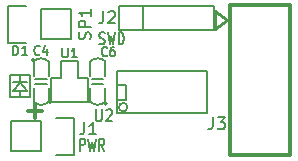
<source format=gto>
G04 #@! TF.FileFunction,Legend,Top*
%FSLAX46Y46*%
G04 Gerber Fmt 4.6, Leading zero omitted, Abs format (unit mm)*
G04 Created by KiCad (PCBNEW (2015-07-02 BZR 5871, Git 766da1e)-product) date 15-9-2015 00:01:28*
%MOMM*%
G01*
G04 APERTURE LIST*
%ADD10C,0.100000*%
%ADD11C,0.152400*%
%ADD12C,0.300000*%
%ADD13C,0.150000*%
%ADD14C,0.165100*%
%ADD15C,0.248920*%
%ADD16C,0.304800*%
%ADD17C,0.200000*%
%ADD18C,0.170000*%
%ADD19C,0.203200*%
%ADD20R,0.800000X1.100000*%
%ADD21R,1.000000X1.200000*%
%ADD22R,0.914400X0.914400*%
%ADD23R,0.406400X1.600000*%
%ADD24R,1.600200X1.600200*%
%ADD25C,1.600200*%
%ADD26R,1.200000X1.200000*%
%ADD27C,1.200000*%
%ADD28R,2.032000X2.032000*%
%ADD29O,2.032000X2.032000*%
G04 APERTURE END LIST*
D10*
D11*
X-66718571Y540381D02*
X-66718571Y1556381D01*
X-66428286Y1556381D01*
X-66355714Y1508000D01*
X-66319429Y1459619D01*
X-66283143Y1362857D01*
X-66283143Y1217714D01*
X-66319429Y1120952D01*
X-66355714Y1072571D01*
X-66428286Y1024190D01*
X-66718571Y1024190D01*
X-66029143Y1556381D02*
X-65847714Y540381D01*
X-65702571Y1266095D01*
X-65557429Y540381D01*
X-65376000Y1556381D01*
X-64650286Y540381D02*
X-64904286Y1024190D01*
X-65085714Y540381D02*
X-65085714Y1556381D01*
X-64795429Y1556381D01*
X-64722857Y1508000D01*
X-64686572Y1459619D01*
X-64650286Y1362857D01*
X-64650286Y1217714D01*
X-64686572Y1120952D01*
X-64722857Y1072571D01*
X-64795429Y1024190D01*
X-65085714Y1024190D01*
X-65054857Y9588762D02*
X-64946000Y9540381D01*
X-64764571Y9540381D01*
X-64692000Y9588762D01*
X-64655714Y9637143D01*
X-64619429Y9733905D01*
X-64619429Y9830667D01*
X-64655714Y9927429D01*
X-64692000Y9975810D01*
X-64764571Y10024190D01*
X-64909714Y10072571D01*
X-64982286Y10120952D01*
X-65018571Y10169333D01*
X-65054857Y10266095D01*
X-65054857Y10362857D01*
X-65018571Y10459619D01*
X-64982286Y10508000D01*
X-64909714Y10556381D01*
X-64728286Y10556381D01*
X-64619429Y10508000D01*
X-64365429Y10556381D02*
X-64184000Y9540381D01*
X-64038857Y10266095D01*
X-63893715Y9540381D01*
X-63712286Y10556381D01*
X-63422000Y9540381D02*
X-63422000Y10556381D01*
X-63240572Y10556381D01*
X-63131715Y10508000D01*
X-63059143Y10411238D01*
X-63022858Y10314476D01*
X-62986572Y10120952D01*
X-62986572Y9975810D01*
X-63022858Y9782286D01*
X-63059143Y9685524D01*
X-63131715Y9588762D01*
X-63240572Y9540381D01*
X-63422000Y9540381D01*
D12*
X-71071428Y3892857D02*
X-69928571Y3892857D01*
X-70500000Y3321429D02*
X-70500000Y4464286D01*
D11*
X-69517400Y6196800D02*
X-70482600Y6196800D01*
X-69517400Y6603200D02*
X-70482600Y6603200D01*
X-69365000Y5893600D02*
X-69365000Y4699800D01*
X-70635000Y5893600D02*
X-70635000Y4699800D01*
X-69390400Y4674400D02*
G75*
G02X-70635000Y4699800I-609600J635000D01*
G01*
X-69390400Y8125600D02*
G75*
G03X-70635000Y8100200I-609600J-635000D01*
G01*
X-70635000Y6906400D02*
X-70635000Y8100200D01*
X-69365000Y6906400D02*
X-69365000Y8100200D01*
X-70531000Y8222400D02*
G75*
G03X-70531000Y8222400I-127000J0D01*
G01*
X-65682600Y6603200D02*
X-64717400Y6603200D01*
X-65682600Y6196800D02*
X-64717400Y6196800D01*
X-65835000Y6906400D02*
X-65835000Y8100200D01*
X-64565000Y6906400D02*
X-64565000Y8100200D01*
X-65809600Y8125600D02*
G75*
G02X-64565000Y8100200I609600J-635000D01*
G01*
X-65809600Y4674400D02*
G75*
G03X-64565000Y4699800I609600J635000D01*
G01*
X-64565000Y5893600D02*
X-64565000Y4699800D01*
X-65835000Y5893600D02*
X-65835000Y4699800D01*
X-64415000Y4577600D02*
G75*
G03X-64415000Y4577600I-127000J0D01*
G01*
X-71800000Y5600000D02*
X-71800000Y5050000D01*
X-71800000Y6400000D02*
X-71800000Y6950000D01*
X-70950000Y6950000D02*
X-72650000Y6950000D01*
X-72650000Y6950000D02*
X-72650000Y5050000D01*
X-72650000Y5050000D02*
X-70950000Y5050000D01*
X-70950000Y5050000D02*
X-70950000Y6950000D01*
D13*
X-71800000Y6400000D02*
X-71200000Y5600000D01*
X-71200000Y5600000D02*
X-72400000Y5600000D01*
X-72400000Y5600000D02*
X-71800000Y6300000D01*
X-71200000Y6400000D02*
X-72400000Y6400000D01*
D11*
X-66900000Y8100000D02*
X-66900000Y6700000D01*
X-66900000Y6700000D02*
X-66000000Y6700000D01*
X-66000000Y6700000D02*
X-66000000Y4700000D01*
X-68300000Y6700000D02*
X-68300000Y8100000D01*
X-69200000Y4700000D02*
X-69200000Y6700000D01*
X-69200000Y6700000D02*
X-68300000Y6700000D01*
X-66900000Y8100000D02*
X-68300000Y8100000D01*
X-66000000Y4700000D02*
X-69200000Y4700000D01*
D13*
X-69108579Y4650000D02*
G75*
G03X-69108579Y4650000I-141421J0D01*
G01*
D14*
X-55940000Y7278000D02*
X-63560000Y7278000D01*
X-63560000Y3722000D02*
X-55940000Y3722000D01*
X-55940000Y7278000D02*
X-55940000Y3722000D01*
D11*
X-63560000Y3722000D02*
X-63560000Y7278000D01*
X-62692790Y4230000D02*
G75*
G03X-62692790Y4230000I-359210J0D01*
G01*
X-63560000Y6135000D02*
X-62798000Y6135000D01*
X-62798000Y6135000D02*
X-62798000Y4865000D01*
X-62798000Y4865000D02*
X-63560000Y4865000D01*
D15*
X-54290000Y11580000D02*
X-55306000Y12342000D01*
X-55306000Y12342000D02*
X-55306000Y10818000D01*
X-55306000Y10818000D02*
X-54290000Y11580000D01*
D16*
X-48960000Y12850000D02*
X-48960000Y150000D01*
X-48960000Y150000D02*
X-54040000Y150000D01*
X-54040000Y150000D02*
X-54040000Y12850000D01*
X-54040000Y12850000D02*
X-48960000Y12850000D01*
D17*
X-61400000Y12800000D02*
X-61400000Y10800000D01*
X-63400000Y12800000D02*
X-63400000Y10800000D01*
X-63400000Y10800000D02*
X-55400000Y10800000D01*
X-55400000Y10800000D02*
X-55400000Y12800000D01*
X-55400000Y12800000D02*
X-63400000Y12800000D01*
D13*
X-69980000Y12520000D02*
X-67440000Y12520000D01*
X-72800000Y12800000D02*
X-71250000Y12800000D01*
X-69980000Y12520000D02*
X-69980000Y9980000D01*
X-71250000Y9700000D02*
X-72800000Y9700000D01*
X-72800000Y9700000D02*
X-72800000Y12800000D01*
X-69980000Y9980000D02*
X-67440000Y9980000D01*
X-67440000Y9980000D02*
X-67440000Y12520000D01*
X-70020000Y480000D02*
X-72560000Y480000D01*
X-67200000Y200000D02*
X-68750000Y200000D01*
X-70020000Y480000D02*
X-70020000Y3020000D01*
X-68750000Y3300000D02*
X-67200000Y3300000D01*
X-67200000Y3300000D02*
X-67200000Y200000D01*
X-70020000Y3020000D02*
X-72560000Y3020000D01*
X-72560000Y3020000D02*
X-72560000Y480000D01*
D11*
X-70118533Y8709714D02*
X-70152399Y8671010D01*
X-70253999Y8632305D01*
X-70321733Y8632305D01*
X-70423333Y8671010D01*
X-70491066Y8748419D01*
X-70524933Y8825829D01*
X-70558799Y8980648D01*
X-70558799Y9096762D01*
X-70524933Y9251581D01*
X-70491066Y9328990D01*
X-70423333Y9406400D01*
X-70321733Y9445105D01*
X-70253999Y9445105D01*
X-70152399Y9406400D01*
X-70118533Y9367695D01*
X-69508933Y9174171D02*
X-69508933Y8632305D01*
X-69678266Y9483810D02*
X-69847599Y8903238D01*
X-69407333Y8903238D01*
X-64418533Y8609714D02*
X-64452399Y8571010D01*
X-64553999Y8532305D01*
X-64621733Y8532305D01*
X-64723333Y8571010D01*
X-64791066Y8648419D01*
X-64824933Y8725829D01*
X-64858799Y8880648D01*
X-64858799Y8996762D01*
X-64824933Y9151581D01*
X-64791066Y9228990D01*
X-64723333Y9306400D01*
X-64621733Y9345105D01*
X-64553999Y9345105D01*
X-64452399Y9306400D01*
X-64418533Y9267695D01*
X-63808933Y9345105D02*
X-63944399Y9345105D01*
X-64012133Y9306400D01*
X-64045999Y9267695D01*
X-64113733Y9151581D01*
X-64147599Y8996762D01*
X-64147599Y8687124D01*
X-64113733Y8609714D01*
X-64079866Y8571010D01*
X-64012133Y8532305D01*
X-63876666Y8532305D01*
X-63808933Y8571010D01*
X-63775066Y8609714D01*
X-63741199Y8687124D01*
X-63741199Y8880648D01*
X-63775066Y8958057D01*
X-63808933Y8996762D01*
X-63876666Y9035467D01*
X-64012133Y9035467D01*
X-64079866Y8996762D01*
X-64113733Y8958057D01*
X-64147599Y8880648D01*
D18*
X-72390476Y8638095D02*
X-72390476Y9438095D01*
X-72200000Y9438095D01*
X-72085714Y9400000D01*
X-72009523Y9323810D01*
X-71971428Y9247619D01*
X-71933333Y9095238D01*
X-71933333Y8980952D01*
X-71971428Y8828571D01*
X-72009523Y8752381D01*
X-72085714Y8676190D01*
X-72200000Y8638095D01*
X-72390476Y8638095D01*
X-71171428Y8638095D02*
X-71628571Y8638095D01*
X-71400000Y8638095D02*
X-71400000Y9438095D01*
X-71476190Y9323810D01*
X-71552381Y9247619D01*
X-71628571Y9209524D01*
X-68209524Y9238095D02*
X-68209524Y8590476D01*
X-68171429Y8514286D01*
X-68133333Y8476190D01*
X-68057143Y8438095D01*
X-67904762Y8438095D01*
X-67828571Y8476190D01*
X-67790476Y8514286D01*
X-67752381Y8590476D01*
X-67752381Y9238095D01*
X-66952381Y8438095D02*
X-67409524Y8438095D01*
X-67180953Y8438095D02*
X-67180953Y9238095D01*
X-67257143Y9123810D01*
X-67333334Y9047619D01*
X-67409524Y9009524D01*
D17*
X-65385714Y4047619D02*
X-65385714Y3238095D01*
X-65342857Y3142857D01*
X-65300000Y3095238D01*
X-65214286Y3047619D01*
X-65042857Y3047619D01*
X-64957143Y3095238D01*
X-64914286Y3142857D01*
X-64871429Y3238095D01*
X-64871429Y4047619D01*
X-64485714Y3952381D02*
X-64442857Y4000000D01*
X-64357143Y4047619D01*
X-64142857Y4047619D01*
X-64057143Y4000000D01*
X-64014286Y3952381D01*
X-63971429Y3857143D01*
X-63971429Y3761905D01*
X-64014286Y3619048D01*
X-64528572Y3047619D01*
X-63971429Y3047619D01*
D19*
X-55438667Y3356381D02*
X-55438667Y2630667D01*
X-55487047Y2485524D01*
X-55583809Y2388762D01*
X-55728952Y2340381D01*
X-55825714Y2340381D01*
X-55051619Y3356381D02*
X-54422667Y3356381D01*
X-54761333Y2969333D01*
X-54616191Y2969333D01*
X-54519429Y2920952D01*
X-54471048Y2872571D01*
X-54422667Y2775810D01*
X-54422667Y2533905D01*
X-54471048Y2437143D01*
X-54519429Y2388762D01*
X-54616191Y2340381D01*
X-54906476Y2340381D01*
X-55003238Y2388762D01*
X-55051619Y2437143D01*
D17*
X-64733333Y12347619D02*
X-64733333Y11633333D01*
X-64780953Y11490476D01*
X-64876191Y11395238D01*
X-65019048Y11347619D01*
X-65114286Y11347619D01*
X-64304762Y12252381D02*
X-64257143Y12300000D01*
X-64161905Y12347619D01*
X-63923809Y12347619D01*
X-63828571Y12300000D01*
X-63780952Y12252381D01*
X-63733333Y12157143D01*
X-63733333Y12061905D01*
X-63780952Y11919048D01*
X-64352381Y11347619D01*
X-63733333Y11347619D01*
D13*
X-65845238Y9988095D02*
X-65797619Y10130952D01*
X-65797619Y10369048D01*
X-65845238Y10464286D01*
X-65892857Y10511905D01*
X-65988095Y10559524D01*
X-66083333Y10559524D01*
X-66178571Y10511905D01*
X-66226190Y10464286D01*
X-66273810Y10369048D01*
X-66321429Y10178571D01*
X-66369048Y10083333D01*
X-66416667Y10035714D01*
X-66511905Y9988095D01*
X-66607143Y9988095D01*
X-66702381Y10035714D01*
X-66750000Y10083333D01*
X-66797619Y10178571D01*
X-66797619Y10416667D01*
X-66750000Y10559524D01*
X-65797619Y10988095D02*
X-66797619Y10988095D01*
X-66797619Y11369048D01*
X-66750000Y11464286D01*
X-66702381Y11511905D01*
X-66607143Y11559524D01*
X-66464286Y11559524D01*
X-66369048Y11511905D01*
X-66321429Y11464286D01*
X-66273810Y11369048D01*
X-66273810Y10988095D01*
X-65797619Y12511905D02*
X-65797619Y11940476D01*
X-65797619Y12226190D02*
X-66797619Y12226190D01*
X-66654762Y12130952D01*
X-66559524Y12035714D01*
X-66511905Y11940476D01*
X-66333333Y2947619D02*
X-66333333Y2233333D01*
X-66380953Y2090476D01*
X-66476191Y1995238D01*
X-66619048Y1947619D01*
X-66714286Y1947619D01*
X-65333333Y1947619D02*
X-65904762Y1947619D01*
X-65619048Y1947619D02*
X-65619048Y2947619D01*
X-65714286Y2804762D01*
X-65809524Y2709524D01*
X-65904762Y2661905D01*
%LPC*%
D20*
X-70000000Y7400000D03*
X-70000000Y5400000D03*
X-65200000Y5400000D03*
X-65200000Y7400000D03*
D21*
X-71800000Y7800000D03*
X-71800000Y4200000D03*
D22*
X-66711000Y5384000D03*
X-68489000Y5384000D03*
X-67600000Y7416000D03*
D23*
X-62675000Y2500000D03*
X-62025000Y2500000D03*
X-61375000Y2500000D03*
X-60725000Y2500000D03*
X-60075000Y2500000D03*
X-59425000Y2500000D03*
X-58775000Y2500000D03*
X-58125000Y2500000D03*
X-57475000Y2500000D03*
X-56825000Y2500000D03*
X-56825000Y8500000D03*
X-57475000Y8500000D03*
X-58125000Y8500000D03*
X-58775000Y8500000D03*
X-59425000Y8500000D03*
X-60075000Y8500000D03*
X-60725000Y8500000D03*
X-61375000Y8500000D03*
X-62025000Y8500000D03*
X-62671000Y8500000D03*
D24*
X-52770000Y11580000D03*
D25*
X-50230000Y11580000D03*
X-52770000Y9040000D03*
X-50230000Y9040000D03*
X-52770000Y6500000D03*
X-50230000Y6500000D03*
X-52770000Y3960000D03*
X-50230000Y3960000D03*
X-52770000Y1420000D03*
X-50230000Y1420000D03*
D26*
X-62400000Y11800000D03*
D27*
X-60400000Y11800000D03*
X-58400000Y11800000D03*
X-56400000Y11800000D03*
D28*
X-71250000Y11250000D03*
D29*
X-68710000Y11250000D03*
D28*
X-68750000Y1750000D03*
D29*
X-71290000Y1750000D03*
M02*

</source>
